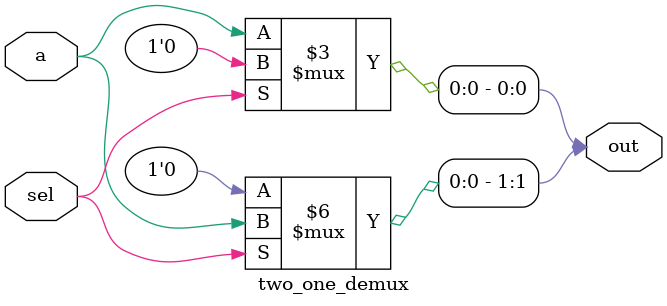
<source format=v>
`timescale 1ns / 1ps


module two_one_demux(
input a,sel,
output reg[1:0]out
    );
    
  always@(*)begin
    if(sel)begin out[1]=a;out[0]=1'b0;end
    else begin out[0]=a; out[1]=1'b0;end
  end  
    
endmodule

</source>
